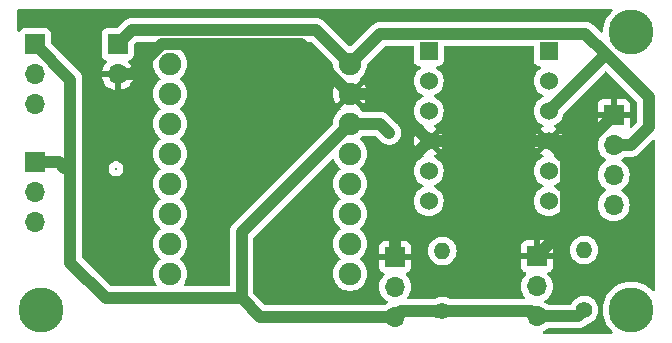
<source format=gbr>
%TF.GenerationSoftware,KiCad,Pcbnew,8.0.4*%
%TF.CreationDate,2024-09-06T18:43:00+02:00*%
%TF.ProjectId,Kokpit Final,4b6f6b70-6974-4204-9669-6e616c2e6b69,rev?*%
%TF.SameCoordinates,Original*%
%TF.FileFunction,Copper,L2,Bot*%
%TF.FilePolarity,Positive*%
%FSLAX46Y46*%
G04 Gerber Fmt 4.6, Leading zero omitted, Abs format (unit mm)*
G04 Created by KiCad (PCBNEW 8.0.4) date 2024-09-06 18:43:00*
%MOMM*%
%LPD*%
G01*
G04 APERTURE LIST*
%TA.AperFunction,ComponentPad*%
%ADD10C,3.800000*%
%TD*%
%TA.AperFunction,ComponentPad*%
%ADD11R,1.700000X1.700000*%
%TD*%
%TA.AperFunction,ComponentPad*%
%ADD12O,1.700000X1.700000*%
%TD*%
%TA.AperFunction,ComponentPad*%
%ADD13C,1.400000*%
%TD*%
%TA.AperFunction,ComponentPad*%
%ADD14O,1.400000X1.400000*%
%TD*%
%TA.AperFunction,ComponentPad*%
%ADD15C,1.905000*%
%TD*%
%TA.AperFunction,ComponentPad*%
%ADD16C,1.524000*%
%TD*%
%TA.AperFunction,ComponentPad*%
%ADD17R,1.524000X1.524000*%
%TD*%
%TA.AperFunction,ViaPad*%
%ADD18C,1.000000*%
%TD*%
%TA.AperFunction,Conductor*%
%ADD19C,1.000000*%
%TD*%
%TA.AperFunction,Conductor*%
%ADD20C,0.200000*%
%TD*%
G04 APERTURE END LIST*
D10*
%TO.P,\u015Bruba,1*%
%TO.N,N/C*%
X41500000Y-48500000D03*
%TD*%
%TO.P,\u015Bruba,1*%
%TO.N,N/C*%
X91500000Y-25000000D03*
%TD*%
%TO.P,\u015Bruba,1*%
%TO.N,N/C*%
X91500000Y-48500000D03*
%TD*%
D11*
%TO.P,Kuf. lewy,1,Pin_1*%
%TO.N,Net-(J2-Pin_1)*%
X41000000Y-26000000D03*
D12*
%TO.P,Kuf. lewy,2,Pin_2*%
%TO.N,Net-(J2-Pin_2)*%
X41000000Y-28540000D03*
%TO.P,Kuf. lewy,3,Pin_3*%
%TO.N,Net-(J2-Pin_3)*%
X41000000Y-31080000D03*
%TD*%
D11*
%TO.P,Zasilanie,1,Pin_1*%
%TO.N,+5V*%
X48000000Y-26000000D03*
D12*
%TO.P,Zasilanie,2,Pin_2*%
%TO.N,GND*%
X48000000Y-28540000D03*
%TD*%
D11*
%TO.P,Kuf. prawy,1,Pin_1*%
%TO.N,Net-(J2-Pin_1)*%
X41000000Y-36000000D03*
D12*
%TO.P,Kuf. prawy,2,Pin_2*%
%TO.N,Net-(J3-Pin_2)*%
X41000000Y-38540000D03*
%TO.P,Kuf. prawy,3,Pin_3*%
%TO.N,Net-(J3-Pin_3)*%
X41000000Y-41080000D03*
%TD*%
D11*
%TO.P,Temp. wew.,1,GND*%
%TO.N,GND*%
X83500000Y-43960000D03*
D12*
%TO.P,Temp. wew.,2,DQ*%
%TO.N,Net-(U1-GPIO1)*%
X83500000Y-46500000D03*
%TO.P,Temp. wew.,3,V_{DD}*%
%TO.N,Net-(J2-Pin_1)*%
X83500000Y-49040000D03*
%TD*%
D11*
%TO.P,Temp. zew.,1,GND*%
%TO.N,GND*%
X71500000Y-44000000D03*
D12*
%TO.P,Temp. zew.,2,DQ*%
%TO.N,Net-(U1-GPIO0)*%
X71500000Y-46540000D03*
%TO.P,Temp. zew.,3,V_{DD}*%
%TO.N,Net-(J2-Pin_1)*%
X71500000Y-49080000D03*
%TD*%
D13*
%TO.P,4\u002C7 kOhm,1*%
%TO.N,Net-(J2-Pin_1)*%
X87500000Y-48500000D03*
D14*
%TO.P,4\u002C7 kOhm,2*%
%TO.N,Net-(U1-GPIO1)*%
X87500000Y-43420000D03*
%TD*%
D13*
%TO.P,4\u002C7 kOhm,1*%
%TO.N,Net-(J2-Pin_1)*%
X75500000Y-48580000D03*
D14*
%TO.P,4\u002C7 kOhm,2*%
%TO.N,Net-(U1-GPIO0)*%
X75500000Y-43500000D03*
%TD*%
D11*
%TO.P,LCD,1,Pin_1*%
%TO.N,GND*%
X90000000Y-32000000D03*
D12*
%TO.P,LCD,2,Pin_2*%
%TO.N,+5V*%
X90000000Y-34540000D03*
%TO.P,LCD,3,Pin_3*%
%TO.N,Net-(J1-Pin_3)*%
X90000000Y-37080000D03*
%TO.P,LCD,4,Pin_4*%
%TO.N,Net-(J1-Pin_4)*%
X90000000Y-39620000D03*
%TD*%
D15*
%TO.P,ESP32-C3 Super Mini,5,GPIO5*%
%TO.N,unconnected-(U1-GPIO5-Pad5)*%
X52450000Y-27650000D03*
%TO.P,ESP32-C3 Super Mini,6,GPIO6*%
%TO.N,Net-(J2-Pin_2)*%
X52450000Y-30190000D03*
%TO.P,ESP32-C3 Super Mini,7,GPIO7*%
%TO.N,Net-(J2-Pin_3)*%
X52450000Y-32730000D03*
%TO.P,ESP32-C3 Super Mini,8,GPIO8*%
%TO.N,unconnected-(U1-GPIO8-Pad8)*%
X52450000Y-35270000D03*
%TO.P,ESP32-C3 Super Mini,9,GPIO9*%
%TO.N,unconnected-(U1-GPIO9-Pad9)*%
X52450000Y-37810000D03*
%TO.P,ESP32-C3 Super Mini,10,GPIO10*%
%TO.N,unconnected-(U1-GPIO10-Pad10)*%
X52450000Y-40350000D03*
%TO.P,ESP32-C3 Super Mini,20,GPIO20*%
%TO.N,Net-(J3-Pin_2)*%
X52450000Y-42890000D03*
%TO.P,ESP32-C3 Super Mini,21,GPIO21*%
%TO.N,Net-(J3-Pin_3)*%
X52450000Y-45430000D03*
%TO.P,ESP32-C3 Super Mini,0,GPIO0*%
%TO.N,Net-(U1-GPIO0)*%
X67690000Y-45430000D03*
%TO.P,ESP32-C3 Super Mini,1,GPIO1*%
%TO.N,Net-(U1-GPIO1)*%
X67690000Y-42890000D03*
%TO.P,ESP32-C3 Super Mini,2,GPIO2*%
%TO.N,unconnected-(U1-GPIO2-Pad2)*%
X67690000Y-40350000D03*
%TO.P,ESP32-C3 Super Mini,3,GPIO3*%
%TO.N,Net-(U1-GPIO3)*%
X67690000Y-37810000D03*
%TO.P,ESP32-C3 Super Mini,4,GPIO4*%
%TO.N,Net-(U1-GPIO4)*%
X67690000Y-35270000D03*
%TO.P,ESP32-C3 Super Mini,3.3,3V3*%
%TO.N,Net-(J2-Pin_1)*%
X67690000Y-32730000D03*
%TO.P,ESP32-C3 Super Mini,G,GND*%
%TO.N,GND*%
X67690000Y-30190000D03*
%TO.P,ESP32-C3 Super Mini,5V,5V*%
%TO.N,+5V*%
X67690000Y-27650000D03*
%TD*%
D16*
%TO.P,4 kan. konwerter,GND_1,GND*%
%TO.N,GND*%
X84500000Y-34195000D03*
%TO.P,4 kan. konwerter,GND_2,GND*%
X74340000Y-34195000D03*
%TO.P,4 kan. konwerter,HV,HV*%
%TO.N,+5V*%
X84500000Y-31655000D03*
D17*
%TO.P,4 kan. konwerter,HV1,HV1*%
%TO.N,unconnected-(U2-PadHV1)*%
X84500000Y-26575000D03*
D16*
%TO.P,4 kan. konwerter,HV2,HV2*%
%TO.N,unconnected-(U2-PadHV2)*%
X84500000Y-29115000D03*
%TO.P,4 kan. konwerter,HV3,HV3*%
%TO.N,Net-(J1-Pin_3)*%
X84500000Y-36735000D03*
%TO.P,4 kan. konwerter,HV4,HV4*%
%TO.N,Net-(J1-Pin_4)*%
X84500000Y-39275000D03*
%TO.P,4 kan. konwerter,LV,LV*%
%TO.N,Net-(J2-Pin_1)*%
X74340000Y-31655000D03*
D17*
%TO.P,4 kan. konwerter,LV1,LV1*%
%TO.N,unconnected-(U2-PadLV1)*%
X74340000Y-26575000D03*
D16*
%TO.P,4 kan. konwerter,LV2,LV2*%
%TO.N,unconnected-(U2-PadLV2)*%
X74340000Y-29115000D03*
%TO.P,4 kan. konwerter,LV3,LV3*%
%TO.N,Net-(U1-GPIO4)*%
X74340000Y-36735000D03*
%TO.P,4 kan. konwerter,LV4,LV4*%
%TO.N,Net-(U1-GPIO3)*%
X74340000Y-39275000D03*
%TD*%
D18*
%TO.N,Net-(J2-Pin_1)*%
X71000000Y-33500000D03*
%TD*%
D19*
%TO.N,Net-(J2-Pin_1)*%
X70230000Y-32730000D02*
X71000000Y-33500000D01*
X67690000Y-32730000D02*
X70230000Y-32730000D01*
X86960000Y-49040000D02*
X87500000Y-48500000D01*
X83500000Y-49040000D02*
X86960000Y-49040000D01*
X83040000Y-48580000D02*
X83500000Y-49040000D01*
X75500000Y-48580000D02*
X83040000Y-48580000D01*
X60080000Y-49080000D02*
X58500000Y-47500000D01*
X71500000Y-49080000D02*
X60080000Y-49080000D01*
X75500000Y-48580000D02*
X72000000Y-48580000D01*
X72000000Y-48580000D02*
X71500000Y-49080000D01*
X44000000Y-36500000D02*
X44000000Y-29000000D01*
X44000000Y-29000000D02*
X41000000Y-26000000D01*
X44000000Y-44500000D02*
X44000000Y-36500000D01*
X47000000Y-47500000D02*
X44000000Y-44500000D01*
X44000000Y-36500000D02*
X43500000Y-36500000D01*
X58500000Y-47500000D02*
X47000000Y-47500000D01*
X58500000Y-41920000D02*
X58500000Y-47500000D01*
X67690000Y-32730000D02*
X58500000Y-41920000D01*
X43500000Y-36500000D02*
X43000000Y-36000000D01*
X43000000Y-36000000D02*
X41000000Y-36000000D01*
%TO.N,+5V*%
X89250000Y-26905000D02*
X89250000Y-26750000D01*
X84500000Y-31655000D02*
X89250000Y-26905000D01*
X87613000Y-25113000D02*
X89250000Y-26750000D01*
X89250000Y-26750000D02*
X93000000Y-30500000D01*
X93000000Y-33000000D02*
X91460000Y-34540000D01*
X93000000Y-30500000D02*
X93000000Y-33000000D01*
X67690000Y-27650000D02*
X70227000Y-25113000D01*
X70227000Y-25113000D02*
X87613000Y-25113000D01*
X91460000Y-34540000D02*
X90000000Y-34540000D01*
X49202500Y-24797500D02*
X64837500Y-24797500D01*
X64837500Y-24797500D02*
X67690000Y-27650000D01*
X48000000Y-26000000D02*
X49202500Y-24797500D01*
%TO.N,GND*%
X87805000Y-34195000D02*
X90000000Y-32000000D01*
X84500000Y-34195000D02*
X87805000Y-34195000D01*
X85962000Y-41498000D02*
X83500000Y-43960000D01*
X85962000Y-35657000D02*
X85962000Y-41498000D01*
X84500000Y-34195000D02*
X85962000Y-35657000D01*
X71500000Y-37035000D02*
X71500000Y-44000000D01*
X74340000Y-34195000D02*
X71500000Y-37035000D01*
X74340000Y-34195000D02*
X84500000Y-34195000D01*
X67690000Y-30190000D02*
X70335000Y-30190000D01*
X70335000Y-30190000D02*
X74340000Y-34195000D01*
X63497500Y-25997500D02*
X67690000Y-30190000D01*
X51765512Y-25997500D02*
X63497500Y-25997500D01*
X49223012Y-28540000D02*
X51765512Y-25997500D01*
X48000000Y-28540000D02*
X49223012Y-28540000D01*
D20*
X83500000Y-43960000D02*
X83438000Y-43898000D01*
X48000000Y-28540000D02*
X48362500Y-28902500D01*
%TO.N,Net-(J2-Pin_1)*%
X47862500Y-36557500D02*
X47862500Y-36500000D01*
X84040000Y-48500000D02*
X83500000Y-49040000D01*
X75000000Y-49080000D02*
X75500000Y-48580000D01*
%TD*%
%TA.AperFunction,Conductor*%
%TO.N,GND*%
G36*
X73020539Y-26133185D02*
G01*
X73066294Y-26185989D01*
X73077500Y-26237500D01*
X73077500Y-27384870D01*
X73077501Y-27384873D01*
X73083908Y-27444483D01*
X73134202Y-27579328D01*
X73134206Y-27579335D01*
X73220452Y-27694544D01*
X73220455Y-27694547D01*
X73335664Y-27780793D01*
X73335671Y-27780797D01*
X73470517Y-27831091D01*
X73470516Y-27831091D01*
X73477444Y-27831835D01*
X73530127Y-27837500D01*
X73570079Y-27837499D01*
X73637116Y-27857182D01*
X73682872Y-27909985D01*
X73692817Y-27979143D01*
X73663794Y-28042700D01*
X73641203Y-28063074D01*
X73525375Y-28144177D01*
X73369175Y-28300377D01*
X73242466Y-28481338D01*
X73242465Y-28481340D01*
X73149107Y-28681548D01*
X73149104Y-28681554D01*
X73091930Y-28894929D01*
X73091929Y-28894937D01*
X73072677Y-29114997D01*
X73072677Y-29115002D01*
X73091929Y-29335062D01*
X73091930Y-29335070D01*
X73149104Y-29548445D01*
X73149105Y-29548447D01*
X73149106Y-29548450D01*
X73231500Y-29725145D01*
X73242466Y-29748662D01*
X73242468Y-29748666D01*
X73369170Y-29929615D01*
X73369175Y-29929621D01*
X73525378Y-30085824D01*
X73525384Y-30085829D01*
X73706333Y-30212531D01*
X73706335Y-30212532D01*
X73706338Y-30212534D01*
X73792136Y-30252542D01*
X73835189Y-30272618D01*
X73887628Y-30318790D01*
X73906780Y-30385984D01*
X73886564Y-30452865D01*
X73835189Y-30497382D01*
X73706340Y-30557465D01*
X73706338Y-30557466D01*
X73525377Y-30684175D01*
X73369175Y-30840377D01*
X73242466Y-31021338D01*
X73242465Y-31021340D01*
X73149107Y-31221548D01*
X73149104Y-31221554D01*
X73091930Y-31434929D01*
X73091929Y-31434937D01*
X73072677Y-31654997D01*
X73072677Y-31655002D01*
X73091929Y-31875062D01*
X73091930Y-31875070D01*
X73149104Y-32088445D01*
X73149105Y-32088447D01*
X73149106Y-32088450D01*
X73163118Y-32118498D01*
X73242466Y-32288662D01*
X73242468Y-32288666D01*
X73369170Y-32469615D01*
X73369175Y-32469621D01*
X73525378Y-32625824D01*
X73525384Y-32625829D01*
X73706333Y-32752531D01*
X73706335Y-32752532D01*
X73706338Y-32752534D01*
X73784791Y-32789117D01*
X73835781Y-32812894D01*
X73888220Y-32859066D01*
X73907372Y-32926260D01*
X73887156Y-32993141D01*
X73835781Y-33037658D01*
X73706590Y-33097901D01*
X73641811Y-33143258D01*
X74204057Y-33705504D01*
X74143919Y-33721619D01*
X74028080Y-33788498D01*
X73933498Y-33883080D01*
X73866619Y-33998919D01*
X73850504Y-34059057D01*
X73288258Y-33496811D01*
X73242901Y-33561590D01*
X73149579Y-33761720D01*
X73149575Y-33761729D01*
X73092426Y-33975013D01*
X73092424Y-33975023D01*
X73073179Y-34194999D01*
X73073179Y-34195000D01*
X73092424Y-34414976D01*
X73092426Y-34414986D01*
X73149575Y-34628270D01*
X73149580Y-34628284D01*
X73242898Y-34828405D01*
X73242901Y-34828411D01*
X73288258Y-34893187D01*
X73288259Y-34893188D01*
X73850504Y-34330942D01*
X73866619Y-34391081D01*
X73933498Y-34506920D01*
X74028080Y-34601502D01*
X74143919Y-34668381D01*
X74204057Y-34684494D01*
X73641810Y-35246740D01*
X73706589Y-35292098D01*
X73835781Y-35352342D01*
X73888220Y-35398514D01*
X73907372Y-35465708D01*
X73887156Y-35532589D01*
X73835781Y-35577106D01*
X73706340Y-35637465D01*
X73706338Y-35637466D01*
X73525377Y-35764175D01*
X73369175Y-35920377D01*
X73242466Y-36101338D01*
X73242465Y-36101340D01*
X73149107Y-36301548D01*
X73149104Y-36301554D01*
X73091930Y-36514929D01*
X73091929Y-36514937D01*
X73072677Y-36734997D01*
X73072677Y-36735002D01*
X73091929Y-36955062D01*
X73091930Y-36955070D01*
X73149104Y-37168445D01*
X73149105Y-37168447D01*
X73149106Y-37168450D01*
X73233997Y-37350500D01*
X73242466Y-37368662D01*
X73242468Y-37368666D01*
X73369170Y-37549615D01*
X73369175Y-37549621D01*
X73525378Y-37705824D01*
X73525384Y-37705829D01*
X73706333Y-37832531D01*
X73706335Y-37832532D01*
X73706338Y-37832534D01*
X73825748Y-37888215D01*
X73835189Y-37892618D01*
X73887628Y-37938790D01*
X73906780Y-38005984D01*
X73886564Y-38072865D01*
X73835189Y-38117382D01*
X73706340Y-38177465D01*
X73706338Y-38177466D01*
X73525377Y-38304175D01*
X73369175Y-38460377D01*
X73242466Y-38641338D01*
X73242465Y-38641340D01*
X73149107Y-38841548D01*
X73149104Y-38841554D01*
X73091930Y-39054929D01*
X73091929Y-39054937D01*
X73072677Y-39274997D01*
X73072677Y-39275002D01*
X73091929Y-39495062D01*
X73091930Y-39495070D01*
X73149104Y-39708445D01*
X73149105Y-39708447D01*
X73149106Y-39708450D01*
X73206951Y-39832500D01*
X73242466Y-39908662D01*
X73242468Y-39908666D01*
X73369170Y-40089615D01*
X73369175Y-40089621D01*
X73525378Y-40245824D01*
X73525384Y-40245829D01*
X73706333Y-40372531D01*
X73706335Y-40372532D01*
X73706338Y-40372534D01*
X73906550Y-40465894D01*
X74119932Y-40523070D01*
X74277123Y-40536822D01*
X74339998Y-40542323D01*
X74340000Y-40542323D01*
X74340002Y-40542323D01*
X74395017Y-40537509D01*
X74560068Y-40523070D01*
X74773450Y-40465894D01*
X74973662Y-40372534D01*
X75154620Y-40245826D01*
X75310826Y-40089620D01*
X75437534Y-39908662D01*
X75530894Y-39708450D01*
X75588070Y-39495068D01*
X75607119Y-39277329D01*
X75607323Y-39275002D01*
X75607323Y-39274997D01*
X75596942Y-39156344D01*
X75588070Y-39054932D01*
X75530894Y-38841550D01*
X75437534Y-38641339D01*
X75341314Y-38503922D01*
X75310827Y-38460381D01*
X75247444Y-38396998D01*
X75154620Y-38304174D01*
X75154616Y-38304171D01*
X75154615Y-38304170D01*
X74973666Y-38177468D01*
X74973658Y-38177464D01*
X74844811Y-38117382D01*
X74792371Y-38071210D01*
X74773219Y-38004017D01*
X74793435Y-37937135D01*
X74844811Y-37892618D01*
X74850802Y-37889824D01*
X74973662Y-37832534D01*
X75154620Y-37705826D01*
X75310826Y-37549620D01*
X75437534Y-37368662D01*
X75530894Y-37168450D01*
X75588070Y-36955068D01*
X75607119Y-36737329D01*
X75607323Y-36735002D01*
X75607323Y-36734997D01*
X75596942Y-36616344D01*
X75588070Y-36514932D01*
X75530894Y-36301550D01*
X75437534Y-36101339D01*
X75341313Y-35963920D01*
X75310827Y-35920381D01*
X75247444Y-35856998D01*
X75154620Y-35764174D01*
X75154616Y-35764171D01*
X75154615Y-35764170D01*
X74973666Y-35637468D01*
X74973662Y-35637466D01*
X74844218Y-35577105D01*
X74791779Y-35530932D01*
X74772627Y-35463739D01*
X74792843Y-35396858D01*
X74844219Y-35352340D01*
X74973416Y-35292095D01*
X74973417Y-35292094D01*
X75038188Y-35246741D01*
X74475942Y-34684494D01*
X74536081Y-34668381D01*
X74651920Y-34601502D01*
X74746502Y-34506920D01*
X74813381Y-34391081D01*
X74829495Y-34330942D01*
X75391741Y-34893188D01*
X75437094Y-34828417D01*
X75437100Y-34828407D01*
X75530419Y-34628284D01*
X75530424Y-34628270D01*
X75587573Y-34414986D01*
X75587575Y-34414976D01*
X75606821Y-34195000D01*
X75606821Y-34194999D01*
X75587575Y-33975023D01*
X75587573Y-33975013D01*
X75530424Y-33761729D01*
X75530420Y-33761720D01*
X75437096Y-33561586D01*
X75391741Y-33496811D01*
X75391740Y-33496810D01*
X74829494Y-34059056D01*
X74813381Y-33998919D01*
X74746502Y-33883080D01*
X74651920Y-33788498D01*
X74536081Y-33721619D01*
X74475942Y-33705505D01*
X75038188Y-33143259D01*
X75038187Y-33143258D01*
X74973411Y-33097901D01*
X74973405Y-33097898D01*
X74844219Y-33037658D01*
X74791779Y-32991486D01*
X74772627Y-32924293D01*
X74792843Y-32857411D01*
X74844219Y-32812894D01*
X74852377Y-32809090D01*
X74973662Y-32752534D01*
X75154620Y-32625826D01*
X75310826Y-32469620D01*
X75437534Y-32288662D01*
X75530894Y-32088450D01*
X75588070Y-31875068D01*
X75607119Y-31657329D01*
X75607323Y-31655002D01*
X75607323Y-31654997D01*
X75597583Y-31543664D01*
X75588070Y-31434932D01*
X75530894Y-31221550D01*
X75437534Y-31021339D01*
X75341314Y-30883922D01*
X75310827Y-30840381D01*
X75263255Y-30792809D01*
X75154620Y-30684174D01*
X75154616Y-30684171D01*
X75154615Y-30684170D01*
X74973666Y-30557468D01*
X74973658Y-30557464D01*
X74844811Y-30497382D01*
X74792371Y-30451210D01*
X74773219Y-30384017D01*
X74793435Y-30317135D01*
X74844811Y-30272618D01*
X74887864Y-30252542D01*
X74973662Y-30212534D01*
X75154620Y-30085826D01*
X75310826Y-29929620D01*
X75437534Y-29748662D01*
X75530894Y-29548450D01*
X75588070Y-29335068D01*
X75607119Y-29117329D01*
X75607323Y-29115002D01*
X75607323Y-29114997D01*
X75597583Y-29003664D01*
X75588070Y-28894932D01*
X75530894Y-28681550D01*
X75437534Y-28481339D01*
X75354123Y-28362215D01*
X75310827Y-28300381D01*
X75243439Y-28232993D01*
X75154620Y-28144174D01*
X75154616Y-28144171D01*
X75154615Y-28144170D01*
X75038797Y-28063074D01*
X74995172Y-28008497D01*
X74987978Y-27938999D01*
X75019501Y-27876644D01*
X75079730Y-27841230D01*
X75109919Y-27837499D01*
X75149872Y-27837499D01*
X75209483Y-27831091D01*
X75344331Y-27780796D01*
X75459546Y-27694546D01*
X75545796Y-27579331D01*
X75596091Y-27444483D01*
X75602500Y-27384873D01*
X75602499Y-26237499D01*
X75622184Y-26170461D01*
X75674987Y-26124706D01*
X75726499Y-26113500D01*
X83113500Y-26113500D01*
X83180539Y-26133185D01*
X83226294Y-26185989D01*
X83237500Y-26237500D01*
X83237500Y-27384870D01*
X83237501Y-27384873D01*
X83243908Y-27444483D01*
X83294202Y-27579328D01*
X83294206Y-27579335D01*
X83380452Y-27694544D01*
X83380455Y-27694547D01*
X83495664Y-27780793D01*
X83495671Y-27780797D01*
X83630517Y-27831091D01*
X83630516Y-27831091D01*
X83637444Y-27831835D01*
X83690127Y-27837500D01*
X83730079Y-27837499D01*
X83797116Y-27857182D01*
X83842872Y-27909985D01*
X83852817Y-27979143D01*
X83823794Y-28042700D01*
X83801203Y-28063074D01*
X83685375Y-28144177D01*
X83529175Y-28300377D01*
X83402466Y-28481338D01*
X83402465Y-28481340D01*
X83309107Y-28681548D01*
X83309104Y-28681554D01*
X83251930Y-28894929D01*
X83251929Y-28894937D01*
X83232677Y-29114997D01*
X83232677Y-29115002D01*
X83251929Y-29335062D01*
X83251930Y-29335070D01*
X83309104Y-29548445D01*
X83309105Y-29548447D01*
X83309106Y-29548450D01*
X83391500Y-29725145D01*
X83402466Y-29748662D01*
X83402468Y-29748666D01*
X83529170Y-29929615D01*
X83529175Y-29929621D01*
X83685378Y-30085824D01*
X83685384Y-30085829D01*
X83866333Y-30212531D01*
X83866335Y-30212532D01*
X83866338Y-30212534D01*
X83952136Y-30252542D01*
X83995189Y-30272618D01*
X84047628Y-30318790D01*
X84066780Y-30385984D01*
X84046564Y-30452865D01*
X83995189Y-30497382D01*
X83866340Y-30557465D01*
X83866338Y-30557466D01*
X83685377Y-30684175D01*
X83529175Y-30840377D01*
X83402466Y-31021338D01*
X83402465Y-31021340D01*
X83309107Y-31221548D01*
X83309104Y-31221554D01*
X83251930Y-31434929D01*
X83251929Y-31434937D01*
X83232677Y-31654997D01*
X83232677Y-31655002D01*
X83251929Y-31875062D01*
X83251930Y-31875070D01*
X83309104Y-32088445D01*
X83309105Y-32088447D01*
X83309106Y-32088450D01*
X83323118Y-32118498D01*
X83402466Y-32288662D01*
X83402468Y-32288666D01*
X83529170Y-32469615D01*
X83529175Y-32469621D01*
X83685378Y-32625824D01*
X83685384Y-32625829D01*
X83866333Y-32752531D01*
X83866335Y-32752532D01*
X83866338Y-32752534D01*
X83944791Y-32789117D01*
X83995781Y-32812894D01*
X84048220Y-32859066D01*
X84067372Y-32926260D01*
X84047156Y-32993141D01*
X83995781Y-33037658D01*
X83866590Y-33097901D01*
X83801811Y-33143258D01*
X84364057Y-33705504D01*
X84303919Y-33721619D01*
X84188080Y-33788498D01*
X84093498Y-33883080D01*
X84026619Y-33998919D01*
X84010504Y-34059057D01*
X83448258Y-33496811D01*
X83402901Y-33561590D01*
X83309579Y-33761720D01*
X83309575Y-33761729D01*
X83252426Y-33975013D01*
X83252424Y-33975023D01*
X83233179Y-34194999D01*
X83233179Y-34195000D01*
X83252424Y-34414976D01*
X83252426Y-34414986D01*
X83309575Y-34628270D01*
X83309580Y-34628284D01*
X83402898Y-34828405D01*
X83402901Y-34828411D01*
X83448258Y-34893187D01*
X83448259Y-34893188D01*
X84010504Y-34330942D01*
X84026619Y-34391081D01*
X84093498Y-34506920D01*
X84188080Y-34601502D01*
X84303919Y-34668381D01*
X84364057Y-34684494D01*
X83801810Y-35246740D01*
X83866589Y-35292098D01*
X83995781Y-35352342D01*
X84048220Y-35398514D01*
X84067372Y-35465708D01*
X84047156Y-35532589D01*
X83995781Y-35577106D01*
X83866340Y-35637465D01*
X83866338Y-35637466D01*
X83685377Y-35764175D01*
X83529175Y-35920377D01*
X83402466Y-36101338D01*
X83402465Y-36101340D01*
X83309107Y-36301548D01*
X83309104Y-36301554D01*
X83251930Y-36514929D01*
X83251929Y-36514937D01*
X83232677Y-36734997D01*
X83232677Y-36735002D01*
X83251929Y-36955062D01*
X83251930Y-36955070D01*
X83309104Y-37168445D01*
X83309105Y-37168447D01*
X83309106Y-37168450D01*
X83393997Y-37350500D01*
X83402466Y-37368662D01*
X83402468Y-37368666D01*
X83529170Y-37549615D01*
X83529175Y-37549621D01*
X83685378Y-37705824D01*
X83685384Y-37705829D01*
X83866333Y-37832531D01*
X83866335Y-37832532D01*
X83866338Y-37832534D01*
X83985748Y-37888215D01*
X83995189Y-37892618D01*
X84047628Y-37938790D01*
X84066780Y-38005984D01*
X84046564Y-38072865D01*
X83995189Y-38117382D01*
X83866340Y-38177465D01*
X83866338Y-38177466D01*
X83685377Y-38304175D01*
X83529175Y-38460377D01*
X83402466Y-38641338D01*
X83402465Y-38641340D01*
X83309107Y-38841548D01*
X83309104Y-38841554D01*
X83251930Y-39054929D01*
X83251929Y-39054937D01*
X83232677Y-39274997D01*
X83232677Y-39275002D01*
X83251929Y-39495062D01*
X83251930Y-39495070D01*
X83309104Y-39708445D01*
X83309105Y-39708447D01*
X83309106Y-39708450D01*
X83366951Y-39832500D01*
X83402466Y-39908662D01*
X83402468Y-39908666D01*
X83529170Y-40089615D01*
X83529175Y-40089621D01*
X83685378Y-40245824D01*
X83685384Y-40245829D01*
X83866333Y-40372531D01*
X83866335Y-40372532D01*
X83866338Y-40372534D01*
X84066550Y-40465894D01*
X84279932Y-40523070D01*
X84437123Y-40536822D01*
X84499998Y-40542323D01*
X84500000Y-40542323D01*
X84500002Y-40542323D01*
X84555017Y-40537509D01*
X84720068Y-40523070D01*
X84933450Y-40465894D01*
X85133662Y-40372534D01*
X85314620Y-40245826D01*
X85470826Y-40089620D01*
X85597534Y-39908662D01*
X85690894Y-39708450D01*
X85748070Y-39495068D01*
X85767119Y-39277329D01*
X85767323Y-39275002D01*
X85767323Y-39274997D01*
X85756942Y-39156344D01*
X85748070Y-39054932D01*
X85690894Y-38841550D01*
X85597534Y-38641339D01*
X85501314Y-38503922D01*
X85470827Y-38460381D01*
X85407444Y-38396998D01*
X85314620Y-38304174D01*
X85314616Y-38304171D01*
X85314615Y-38304170D01*
X85133666Y-38177468D01*
X85133658Y-38177464D01*
X85004811Y-38117382D01*
X84952371Y-38071210D01*
X84933219Y-38004017D01*
X84953435Y-37937135D01*
X85004811Y-37892618D01*
X85010802Y-37889824D01*
X85133662Y-37832534D01*
X85314620Y-37705826D01*
X85470826Y-37549620D01*
X85597534Y-37368662D01*
X85690894Y-37168450D01*
X85748070Y-36955068D01*
X85767119Y-36737329D01*
X85767323Y-36735002D01*
X85767323Y-36734997D01*
X85756942Y-36616344D01*
X85748070Y-36514932D01*
X85690894Y-36301550D01*
X85597534Y-36101339D01*
X85501313Y-35963920D01*
X85470827Y-35920381D01*
X85407444Y-35856998D01*
X85314620Y-35764174D01*
X85314616Y-35764171D01*
X85314615Y-35764170D01*
X85133666Y-35637468D01*
X85133662Y-35637466D01*
X85004218Y-35577105D01*
X84951779Y-35530932D01*
X84932627Y-35463739D01*
X84952843Y-35396858D01*
X85004219Y-35352340D01*
X85133416Y-35292095D01*
X85133417Y-35292094D01*
X85198188Y-35246741D01*
X84635942Y-34684494D01*
X84696081Y-34668381D01*
X84811920Y-34601502D01*
X84906502Y-34506920D01*
X84973381Y-34391081D01*
X84989495Y-34330942D01*
X85551741Y-34893188D01*
X85597094Y-34828417D01*
X85597100Y-34828407D01*
X85690419Y-34628284D01*
X85690424Y-34628270D01*
X85747573Y-34414986D01*
X85747575Y-34414976D01*
X85766821Y-34195000D01*
X85766821Y-34194999D01*
X85747575Y-33975023D01*
X85747573Y-33975013D01*
X85690424Y-33761729D01*
X85690420Y-33761720D01*
X85597096Y-33561586D01*
X85551741Y-33496811D01*
X85551740Y-33496810D01*
X84989494Y-34059056D01*
X84973381Y-33998919D01*
X84906502Y-33883080D01*
X84811920Y-33788498D01*
X84696081Y-33721619D01*
X84635942Y-33705505D01*
X85198188Y-33143259D01*
X85198187Y-33143258D01*
X85133411Y-33097901D01*
X85133405Y-33097898D01*
X85004219Y-33037658D01*
X84951779Y-32991486D01*
X84932627Y-32924293D01*
X84952843Y-32857411D01*
X85004219Y-32812894D01*
X85012377Y-32809090D01*
X85133662Y-32752534D01*
X85314620Y-32625826D01*
X85470826Y-32469620D01*
X85597534Y-32288662D01*
X85690894Y-32088450D01*
X85748070Y-31875068D01*
X85749238Y-31861707D01*
X85774687Y-31796642D01*
X85785077Y-31784841D01*
X89239822Y-28330097D01*
X89301141Y-28296615D01*
X89370833Y-28301599D01*
X89415180Y-28330100D01*
X91963181Y-30878101D01*
X91996666Y-30939424D01*
X91999500Y-30965782D01*
X91999500Y-32534218D01*
X91979815Y-32601257D01*
X91963181Y-32621899D01*
X91557917Y-33027162D01*
X91496594Y-33060647D01*
X91426902Y-33055663D01*
X91370969Y-33013791D01*
X91346552Y-32948327D01*
X91346947Y-32926223D01*
X91349999Y-32897839D01*
X91350000Y-32897827D01*
X91350000Y-32250000D01*
X90433012Y-32250000D01*
X90465925Y-32192993D01*
X90500000Y-32065826D01*
X90500000Y-31934174D01*
X90465925Y-31807007D01*
X90433012Y-31750000D01*
X91350000Y-31750000D01*
X91350000Y-31102172D01*
X91349999Y-31102155D01*
X91343598Y-31042627D01*
X91343596Y-31042620D01*
X91293354Y-30907913D01*
X91293350Y-30907906D01*
X91207190Y-30792812D01*
X91207187Y-30792809D01*
X91092093Y-30706649D01*
X91092086Y-30706645D01*
X90957379Y-30656403D01*
X90957372Y-30656401D01*
X90897844Y-30650000D01*
X90250000Y-30650000D01*
X90250000Y-31566988D01*
X90192993Y-31534075D01*
X90065826Y-31500000D01*
X89934174Y-31500000D01*
X89807007Y-31534075D01*
X89750000Y-31566988D01*
X89750000Y-30650000D01*
X89102155Y-30650000D01*
X89042627Y-30656401D01*
X89042620Y-30656403D01*
X88907913Y-30706645D01*
X88907906Y-30706649D01*
X88792812Y-30792809D01*
X88792809Y-30792812D01*
X88706649Y-30907906D01*
X88706645Y-30907913D01*
X88656403Y-31042620D01*
X88656401Y-31042627D01*
X88650000Y-31102155D01*
X88650000Y-31750000D01*
X89566988Y-31750000D01*
X89534075Y-31807007D01*
X89500000Y-31934174D01*
X89500000Y-32065826D01*
X89534075Y-32192993D01*
X89566988Y-32250000D01*
X88650000Y-32250000D01*
X88650000Y-32897844D01*
X88656401Y-32957372D01*
X88656403Y-32957379D01*
X88706645Y-33092086D01*
X88706649Y-33092093D01*
X88792809Y-33207187D01*
X88792812Y-33207190D01*
X88907906Y-33293350D01*
X88907913Y-33293354D01*
X89039470Y-33342421D01*
X89095403Y-33384292D01*
X89119821Y-33449756D01*
X89104970Y-33518029D01*
X89083819Y-33546284D01*
X88961503Y-33668600D01*
X88825965Y-33862169D01*
X88825964Y-33862171D01*
X88726098Y-34076335D01*
X88726094Y-34076344D01*
X88664938Y-34304586D01*
X88664936Y-34304596D01*
X88644341Y-34539999D01*
X88644341Y-34540000D01*
X88664936Y-34775403D01*
X88664938Y-34775413D01*
X88726094Y-35003655D01*
X88726096Y-35003659D01*
X88726097Y-35003663D01*
X88807288Y-35177778D01*
X88825965Y-35217830D01*
X88825967Y-35217834D01*
X88862498Y-35270005D01*
X88952481Y-35398514D01*
X88961501Y-35411395D01*
X88961506Y-35411402D01*
X89128597Y-35578493D01*
X89128603Y-35578498D01*
X89314158Y-35708425D01*
X89357783Y-35763002D01*
X89364977Y-35832500D01*
X89333454Y-35894855D01*
X89314158Y-35911575D01*
X89128597Y-36041505D01*
X88961505Y-36208597D01*
X88825965Y-36402169D01*
X88825964Y-36402171D01*
X88726098Y-36616335D01*
X88726094Y-36616344D01*
X88664938Y-36844586D01*
X88664936Y-36844596D01*
X88644341Y-37079999D01*
X88644341Y-37080000D01*
X88664936Y-37315403D01*
X88664938Y-37315413D01*
X88726094Y-37543655D01*
X88726096Y-37543659D01*
X88726097Y-37543663D01*
X88825965Y-37757830D01*
X88825967Y-37757834D01*
X88961501Y-37951395D01*
X88961506Y-37951402D01*
X89128597Y-38118493D01*
X89128603Y-38118498D01*
X89314158Y-38248425D01*
X89357783Y-38303002D01*
X89364977Y-38372500D01*
X89333454Y-38434855D01*
X89314158Y-38451575D01*
X89128597Y-38581505D01*
X88961505Y-38748597D01*
X88825965Y-38942169D01*
X88825964Y-38942171D01*
X88726098Y-39156335D01*
X88726094Y-39156344D01*
X88664938Y-39384586D01*
X88664936Y-39384596D01*
X88644341Y-39619999D01*
X88644341Y-39620000D01*
X88664936Y-39855403D01*
X88664938Y-39855413D01*
X88726094Y-40083655D01*
X88726096Y-40083659D01*
X88726097Y-40083663D01*
X88825965Y-40297830D01*
X88825967Y-40297834D01*
X88878273Y-40372534D01*
X88961505Y-40491401D01*
X89128599Y-40658495D01*
X89225384Y-40726265D01*
X89322165Y-40794032D01*
X89322167Y-40794033D01*
X89322170Y-40794035D01*
X89536337Y-40893903D01*
X89764592Y-40955063D01*
X89952918Y-40971539D01*
X89999999Y-40975659D01*
X90000000Y-40975659D01*
X90000001Y-40975659D01*
X90039234Y-40972226D01*
X90235408Y-40955063D01*
X90463663Y-40893903D01*
X90677830Y-40794035D01*
X90871401Y-40658495D01*
X91038495Y-40491401D01*
X91174035Y-40297830D01*
X91273903Y-40083663D01*
X91335063Y-39855408D01*
X91355659Y-39620000D01*
X91335063Y-39384592D01*
X91273903Y-39156337D01*
X91174035Y-38942171D01*
X91132377Y-38882676D01*
X91038494Y-38748597D01*
X90871402Y-38581506D01*
X90871396Y-38581501D01*
X90685842Y-38451575D01*
X90642217Y-38396998D01*
X90635023Y-38327500D01*
X90666546Y-38265145D01*
X90685842Y-38248425D01*
X90787179Y-38177468D01*
X90871401Y-38118495D01*
X91038495Y-37951401D01*
X91174035Y-37757830D01*
X91273903Y-37543663D01*
X91335063Y-37315408D01*
X91355659Y-37080000D01*
X91355423Y-37077308D01*
X91344729Y-36955070D01*
X91335063Y-36844592D01*
X91273903Y-36616337D01*
X91174035Y-36402171D01*
X91173537Y-36401459D01*
X91038494Y-36208597D01*
X90871402Y-36041506D01*
X90871396Y-36041501D01*
X90685842Y-35911575D01*
X90642217Y-35856998D01*
X90635023Y-35787500D01*
X90666546Y-35725145D01*
X90685842Y-35708425D01*
X90708026Y-35692891D01*
X90871401Y-35578495D01*
X90873077Y-35576819D01*
X90873995Y-35576317D01*
X90875544Y-35575018D01*
X90875805Y-35575329D01*
X90934400Y-35543334D01*
X90960758Y-35540500D01*
X91558543Y-35540500D01*
X91660843Y-35520150D01*
X91711994Y-35509976D01*
X91751836Y-35502051D01*
X91805165Y-35479961D01*
X91933914Y-35426632D01*
X92097782Y-35317139D01*
X92237139Y-35177782D01*
X92237140Y-35177779D01*
X92244206Y-35170714D01*
X92244208Y-35170710D01*
X93287820Y-34127098D01*
X93349142Y-34093615D01*
X93418834Y-34098599D01*
X93474767Y-34140471D01*
X93499184Y-34205935D01*
X93499500Y-34214781D01*
X93499500Y-46806617D01*
X93479815Y-46873656D01*
X93427011Y-46919411D01*
X93357853Y-46929355D01*
X93294297Y-46900330D01*
X93279957Y-46885659D01*
X93253348Y-46853495D01*
X93127593Y-46735403D01*
X93033162Y-46646726D01*
X93033159Y-46646724D01*
X93033153Y-46646719D01*
X92788806Y-46469191D01*
X92788799Y-46469186D01*
X92788795Y-46469184D01*
X92524104Y-46323668D01*
X92524101Y-46323666D01*
X92524096Y-46323664D01*
X92524095Y-46323663D01*
X92243265Y-46212475D01*
X92243262Y-46212474D01*
X91950695Y-46137357D01*
X91651036Y-46099500D01*
X91651027Y-46099500D01*
X91348973Y-46099500D01*
X91348963Y-46099500D01*
X91049304Y-46137357D01*
X90756737Y-46212474D01*
X90756734Y-46212475D01*
X90475904Y-46323663D01*
X90475903Y-46323664D01*
X90211205Y-46469184D01*
X90211193Y-46469191D01*
X89966846Y-46646719D01*
X89966836Y-46646727D01*
X89746652Y-46853494D01*
X89554111Y-47086236D01*
X89392268Y-47341261D01*
X89392265Y-47341267D01*
X89263661Y-47614563D01*
X89263659Y-47614568D01*
X89170320Y-47901835D01*
X89113719Y-48198546D01*
X89113718Y-48198553D01*
X89094754Y-48499994D01*
X89094754Y-48500005D01*
X89113718Y-48801446D01*
X89113719Y-48801453D01*
X89170320Y-49098164D01*
X89263659Y-49385431D01*
X89263661Y-49385436D01*
X89392265Y-49658732D01*
X89392268Y-49658738D01*
X89554111Y-49913763D01*
X89554114Y-49913767D01*
X89554115Y-49913768D01*
X89746651Y-50146504D01*
X89861158Y-50254034D01*
X89894249Y-50285108D01*
X89929644Y-50345349D01*
X89926851Y-50415163D01*
X89886757Y-50472384D01*
X89822092Y-50498845D01*
X89809365Y-50499500D01*
X84124976Y-50499500D01*
X84057937Y-50479815D01*
X84012182Y-50427011D01*
X84002238Y-50357853D01*
X84031263Y-50294297D01*
X84072571Y-50263118D01*
X84177830Y-50214035D01*
X84371401Y-50078495D01*
X84373077Y-50076819D01*
X84373995Y-50076317D01*
X84375544Y-50075018D01*
X84375805Y-50075329D01*
X84434400Y-50043334D01*
X84460758Y-50040500D01*
X87058542Y-50040500D01*
X87077870Y-50036655D01*
X87155188Y-50021275D01*
X87251836Y-50002051D01*
X87305165Y-49979961D01*
X87433914Y-49926632D01*
X87597782Y-49817139D01*
X87710992Y-49703928D01*
X87772313Y-49670444D01*
X87775826Y-49669733D01*
X87829940Y-49659618D01*
X88037401Y-49579247D01*
X88226562Y-49462124D01*
X88390981Y-49312236D01*
X88525058Y-49134689D01*
X88624229Y-48935528D01*
X88685115Y-48721536D01*
X88705643Y-48500000D01*
X88705642Y-48499994D01*
X88685115Y-48278464D01*
X88685114Y-48278462D01*
X88662375Y-48198543D01*
X88624229Y-48064472D01*
X88624224Y-48064461D01*
X88525061Y-47865316D01*
X88525056Y-47865308D01*
X88390979Y-47687761D01*
X88226562Y-47537876D01*
X88226560Y-47537874D01*
X88037404Y-47420754D01*
X88037398Y-47420752D01*
X88013263Y-47411402D01*
X87829940Y-47340382D01*
X87611243Y-47299500D01*
X87388757Y-47299500D01*
X87170060Y-47340382D01*
X87079297Y-47375544D01*
X86962601Y-47420752D01*
X86962595Y-47420754D01*
X86773439Y-47537874D01*
X86773437Y-47537876D01*
X86609020Y-47687761D01*
X86474941Y-47865312D01*
X86422429Y-47970771D01*
X86374927Y-48022009D01*
X86311429Y-48039500D01*
X84476616Y-48039500D01*
X84414616Y-48022887D01*
X84347052Y-47983879D01*
X84337929Y-47978067D01*
X84185842Y-47871575D01*
X84142217Y-47816998D01*
X84135023Y-47747500D01*
X84166546Y-47685145D01*
X84185842Y-47668425D01*
X84262755Y-47614570D01*
X84371401Y-47538495D01*
X84538495Y-47371401D01*
X84674035Y-47177830D01*
X84773903Y-46963663D01*
X84835063Y-46735408D01*
X84855659Y-46500000D01*
X84835063Y-46264592D01*
X84773903Y-46036337D01*
X84674035Y-45822171D01*
X84567467Y-45669976D01*
X84538496Y-45628600D01*
X84538495Y-45628599D01*
X84416179Y-45506283D01*
X84382696Y-45444963D01*
X84387680Y-45375271D01*
X84429551Y-45319337D01*
X84460529Y-45302422D01*
X84592086Y-45253354D01*
X84592093Y-45253350D01*
X84707187Y-45167190D01*
X84707190Y-45167187D01*
X84793350Y-45052093D01*
X84793354Y-45052086D01*
X84843596Y-44917379D01*
X84843598Y-44917372D01*
X84849999Y-44857844D01*
X84850000Y-44857827D01*
X84850000Y-44210000D01*
X83933012Y-44210000D01*
X83965925Y-44152993D01*
X84000000Y-44025826D01*
X84000000Y-43894174D01*
X83965925Y-43767007D01*
X83933012Y-43710000D01*
X84850000Y-43710000D01*
X84850000Y-43419999D01*
X86294357Y-43419999D01*
X86294357Y-43420000D01*
X86314884Y-43641535D01*
X86314885Y-43641537D01*
X86375769Y-43855523D01*
X86375775Y-43855538D01*
X86474938Y-44054683D01*
X86474943Y-44054691D01*
X86609020Y-44232238D01*
X86773437Y-44382123D01*
X86773439Y-44382125D01*
X86962595Y-44499245D01*
X86962596Y-44499245D01*
X86962599Y-44499247D01*
X87170060Y-44579618D01*
X87388757Y-44620500D01*
X87388759Y-44620500D01*
X87611241Y-44620500D01*
X87611243Y-44620500D01*
X87829940Y-44579618D01*
X88037401Y-44499247D01*
X88226562Y-44382124D01*
X88371495Y-44250000D01*
X88390979Y-44232238D01*
X88407773Y-44210000D01*
X88525058Y-44054689D01*
X88624229Y-43855528D01*
X88685115Y-43641536D01*
X88705643Y-43420000D01*
X88685115Y-43198464D01*
X88624229Y-42984472D01*
X88586107Y-42907913D01*
X88525061Y-42785316D01*
X88525056Y-42785308D01*
X88390979Y-42607761D01*
X88226562Y-42457876D01*
X88226560Y-42457874D01*
X88037404Y-42340754D01*
X88037398Y-42340752D01*
X88036443Y-42340382D01*
X87829940Y-42260382D01*
X87611243Y-42219500D01*
X87388757Y-42219500D01*
X87170060Y-42260382D01*
X87069085Y-42299500D01*
X86962601Y-42340752D01*
X86962595Y-42340754D01*
X86773439Y-42457874D01*
X86773437Y-42457876D01*
X86609020Y-42607761D01*
X86474943Y-42785308D01*
X86474938Y-42785316D01*
X86375775Y-42984461D01*
X86375769Y-42984476D01*
X86314885Y-43198462D01*
X86314884Y-43198464D01*
X86294357Y-43419999D01*
X84850000Y-43419999D01*
X84850000Y-43062172D01*
X84849999Y-43062155D01*
X84843598Y-43002627D01*
X84843596Y-43002620D01*
X84793354Y-42867913D01*
X84793350Y-42867906D01*
X84707190Y-42752812D01*
X84707187Y-42752809D01*
X84592093Y-42666649D01*
X84592086Y-42666645D01*
X84457379Y-42616403D01*
X84457372Y-42616401D01*
X84397844Y-42610000D01*
X83750000Y-42610000D01*
X83750000Y-43526988D01*
X83692993Y-43494075D01*
X83565826Y-43460000D01*
X83434174Y-43460000D01*
X83307007Y-43494075D01*
X83250000Y-43526988D01*
X83250000Y-42610000D01*
X82602155Y-42610000D01*
X82542627Y-42616401D01*
X82542620Y-42616403D01*
X82407913Y-42666645D01*
X82407906Y-42666649D01*
X82292812Y-42752809D01*
X82292809Y-42752812D01*
X82206649Y-42867906D01*
X82206645Y-42867913D01*
X82156403Y-43002620D01*
X82156401Y-43002627D01*
X82150000Y-43062155D01*
X82150000Y-43710000D01*
X83066988Y-43710000D01*
X83034075Y-43767007D01*
X83000000Y-43894174D01*
X83000000Y-44025826D01*
X83034075Y-44152993D01*
X83066988Y-44210000D01*
X82150000Y-44210000D01*
X82150000Y-44857844D01*
X82156401Y-44917372D01*
X82156403Y-44917379D01*
X82206645Y-45052086D01*
X82206649Y-45052093D01*
X82292809Y-45167187D01*
X82292812Y-45167190D01*
X82407906Y-45253350D01*
X82407913Y-45253354D01*
X82539470Y-45302421D01*
X82595403Y-45344292D01*
X82619821Y-45409756D01*
X82604970Y-45478029D01*
X82583819Y-45506284D01*
X82461503Y-45628600D01*
X82325965Y-45822169D01*
X82325964Y-45822171D01*
X82226098Y-46036335D01*
X82226094Y-46036344D01*
X82164938Y-46264586D01*
X82164936Y-46264596D01*
X82144341Y-46499999D01*
X82144341Y-46500000D01*
X82164936Y-46735403D01*
X82164938Y-46735413D01*
X82226094Y-46963655D01*
X82226096Y-46963659D01*
X82226097Y-46963663D01*
X82322647Y-47170715D01*
X82325965Y-47177830D01*
X82325967Y-47177834D01*
X82353973Y-47217830D01*
X82461505Y-47371401D01*
X82461511Y-47371407D01*
X82464982Y-47375544D01*
X82463033Y-47377178D01*
X82491408Y-47429142D01*
X82486424Y-47498834D01*
X82444552Y-47554767D01*
X82379088Y-47579184D01*
X82370242Y-47579500D01*
X76199863Y-47579500D01*
X76134586Y-47560927D01*
X76037404Y-47500754D01*
X76037398Y-47500752D01*
X75829940Y-47420382D01*
X75611243Y-47379500D01*
X75388757Y-47379500D01*
X75170060Y-47420382D01*
X75038864Y-47471207D01*
X74962601Y-47500752D01*
X74962595Y-47500754D01*
X74865414Y-47560927D01*
X74800137Y-47579500D01*
X72658993Y-47579500D01*
X72591954Y-47559815D01*
X72546199Y-47507011D01*
X72536255Y-47437853D01*
X72557418Y-47384377D01*
X72674032Y-47217834D01*
X72674031Y-47217834D01*
X72674035Y-47217830D01*
X72773903Y-47003663D01*
X72835063Y-46775408D01*
X72855659Y-46540000D01*
X72835063Y-46304592D01*
X72786652Y-46123918D01*
X72773905Y-46076344D01*
X72773904Y-46076343D01*
X72773903Y-46076337D01*
X72674035Y-45862171D01*
X72646025Y-45822169D01*
X72538496Y-45668600D01*
X72498495Y-45628599D01*
X72416179Y-45546283D01*
X72382696Y-45484963D01*
X72387680Y-45415271D01*
X72429551Y-45359337D01*
X72460529Y-45342422D01*
X72592086Y-45293354D01*
X72592093Y-45293350D01*
X72707187Y-45207190D01*
X72707190Y-45207187D01*
X72793350Y-45092093D01*
X72793354Y-45092086D01*
X72843596Y-44957379D01*
X72843598Y-44957372D01*
X72849999Y-44897844D01*
X72850000Y-44897827D01*
X72850000Y-44250000D01*
X71933012Y-44250000D01*
X71965925Y-44192993D01*
X72000000Y-44065826D01*
X72000000Y-43934174D01*
X71965925Y-43807007D01*
X71933012Y-43750000D01*
X72850000Y-43750000D01*
X72850000Y-43499999D01*
X74294357Y-43499999D01*
X74294357Y-43500000D01*
X74314884Y-43721535D01*
X74314885Y-43721537D01*
X74375769Y-43935523D01*
X74375775Y-43935538D01*
X74474938Y-44134683D01*
X74474943Y-44134691D01*
X74609020Y-44312238D01*
X74773437Y-44462123D01*
X74773439Y-44462125D01*
X74962595Y-44579245D01*
X74962596Y-44579245D01*
X74962599Y-44579247D01*
X75170060Y-44659618D01*
X75388757Y-44700500D01*
X75388759Y-44700500D01*
X75611241Y-44700500D01*
X75611243Y-44700500D01*
X75829940Y-44659618D01*
X76037401Y-44579247D01*
X76226562Y-44462124D01*
X76390981Y-44312236D01*
X76525058Y-44134689D01*
X76624229Y-43935528D01*
X76685115Y-43721536D01*
X76705643Y-43500000D01*
X76685115Y-43278464D01*
X76624229Y-43064472D01*
X76623084Y-43062172D01*
X76525061Y-42865316D01*
X76525056Y-42865308D01*
X76390979Y-42687761D01*
X76226562Y-42537876D01*
X76226560Y-42537874D01*
X76037404Y-42420754D01*
X76037398Y-42420752D01*
X75829940Y-42340382D01*
X75611243Y-42299500D01*
X75388757Y-42299500D01*
X75170060Y-42340382D01*
X75052869Y-42385782D01*
X74962601Y-42420752D01*
X74962595Y-42420754D01*
X74773439Y-42537874D01*
X74773437Y-42537876D01*
X74609020Y-42687761D01*
X74474943Y-42865308D01*
X74474938Y-42865316D01*
X74375775Y-43064461D01*
X74375769Y-43064476D01*
X74314885Y-43278462D01*
X74314884Y-43278464D01*
X74294357Y-43499999D01*
X72850000Y-43499999D01*
X72850000Y-43102172D01*
X72849999Y-43102155D01*
X72843598Y-43042627D01*
X72843596Y-43042620D01*
X72793354Y-42907913D01*
X72793350Y-42907906D01*
X72707190Y-42792812D01*
X72707187Y-42792809D01*
X72592093Y-42706649D01*
X72592086Y-42706645D01*
X72457379Y-42656403D01*
X72457372Y-42656401D01*
X72397844Y-42650000D01*
X71750000Y-42650000D01*
X71750000Y-43566988D01*
X71692993Y-43534075D01*
X71565826Y-43500000D01*
X71434174Y-43500000D01*
X71307007Y-43534075D01*
X71250000Y-43566988D01*
X71250000Y-42650000D01*
X70602155Y-42650000D01*
X70542627Y-42656401D01*
X70542620Y-42656403D01*
X70407913Y-42706645D01*
X70407906Y-42706649D01*
X70292812Y-42792809D01*
X70292809Y-42792812D01*
X70206649Y-42907906D01*
X70206645Y-42907913D01*
X70156403Y-43042620D01*
X70156401Y-43042627D01*
X70150000Y-43102155D01*
X70150000Y-43750000D01*
X71066988Y-43750000D01*
X71034075Y-43807007D01*
X71000000Y-43934174D01*
X71000000Y-44065826D01*
X71034075Y-44192993D01*
X71066988Y-44250000D01*
X70150000Y-44250000D01*
X70150000Y-44897844D01*
X70156401Y-44957372D01*
X70156403Y-44957379D01*
X70206645Y-45092086D01*
X70206649Y-45092093D01*
X70292809Y-45207187D01*
X70292812Y-45207190D01*
X70407906Y-45293350D01*
X70407913Y-45293354D01*
X70539470Y-45342421D01*
X70595403Y-45384292D01*
X70619821Y-45449756D01*
X70604970Y-45518029D01*
X70583819Y-45546284D01*
X70461503Y-45668600D01*
X70325965Y-45862169D01*
X70325964Y-45862171D01*
X70226098Y-46076335D01*
X70226094Y-46076344D01*
X70164938Y-46304586D01*
X70164936Y-46304596D01*
X70144341Y-46539999D01*
X70144341Y-46540000D01*
X70164936Y-46775403D01*
X70164938Y-46775413D01*
X70226094Y-47003655D01*
X70226096Y-47003659D01*
X70226097Y-47003663D01*
X70240345Y-47034217D01*
X70325965Y-47217830D01*
X70325967Y-47217834D01*
X70461501Y-47411395D01*
X70461506Y-47411402D01*
X70628597Y-47578493D01*
X70628603Y-47578498D01*
X70814158Y-47708425D01*
X70857783Y-47763002D01*
X70864977Y-47832500D01*
X70833454Y-47894855D01*
X70814158Y-47911575D01*
X70628597Y-48041505D01*
X70626922Y-48043181D01*
X70626000Y-48043684D01*
X70624449Y-48044986D01*
X70624187Y-48044674D01*
X70565599Y-48076666D01*
X70539241Y-48079500D01*
X60545783Y-48079500D01*
X60478744Y-48059815D01*
X60458102Y-48043181D01*
X59536819Y-47121898D01*
X59503334Y-47060575D01*
X59500500Y-47034217D01*
X59500500Y-42385782D01*
X59520185Y-42318743D01*
X59536819Y-42298101D01*
X62822763Y-39012157D01*
X66115759Y-35719160D01*
X66177080Y-35685677D01*
X66246772Y-35690661D01*
X66302705Y-35732533D01*
X66316994Y-35757032D01*
X66388646Y-35920381D01*
X66407745Y-35963922D01*
X66539449Y-36165510D01*
X66702537Y-36342671D01*
X66778068Y-36401459D01*
X66830344Y-36442147D01*
X66871157Y-36498857D01*
X66874831Y-36568630D01*
X66840199Y-36629313D01*
X66830344Y-36637853D01*
X66702539Y-36737327D01*
X66702534Y-36737332D01*
X66539449Y-36914490D01*
X66407743Y-37116081D01*
X66311017Y-37336594D01*
X66251904Y-37570027D01*
X66232020Y-37809994D01*
X66232020Y-37810005D01*
X66251904Y-38049972D01*
X66311017Y-38283405D01*
X66388645Y-38460380D01*
X66407745Y-38503922D01*
X66539449Y-38705510D01*
X66702537Y-38882671D01*
X66778980Y-38942169D01*
X66830344Y-38982147D01*
X66871157Y-39038857D01*
X66874831Y-39108630D01*
X66840199Y-39169313D01*
X66830344Y-39177853D01*
X66702539Y-39277327D01*
X66702534Y-39277332D01*
X66539449Y-39454490D01*
X66407743Y-39656081D01*
X66311017Y-39876594D01*
X66251904Y-40110027D01*
X66232020Y-40349994D01*
X66232020Y-40350005D01*
X66251904Y-40589972D01*
X66311017Y-40823405D01*
X66341939Y-40893901D01*
X66407745Y-41043922D01*
X66539449Y-41245510D01*
X66702537Y-41422671D01*
X66792608Y-41492776D01*
X66830344Y-41522147D01*
X66871157Y-41578857D01*
X66874831Y-41648630D01*
X66840199Y-41709313D01*
X66830344Y-41717853D01*
X66702539Y-41817327D01*
X66702534Y-41817332D01*
X66539449Y-41994490D01*
X66407743Y-42196081D01*
X66311017Y-42416594D01*
X66251904Y-42650027D01*
X66232020Y-42889994D01*
X66232020Y-42890005D01*
X66251904Y-43129972D01*
X66311017Y-43363405D01*
X66335841Y-43419999D01*
X66407745Y-43583922D01*
X66539449Y-43785510D01*
X66702537Y-43962671D01*
X66783679Y-44025826D01*
X66830344Y-44062147D01*
X66871157Y-44118857D01*
X66874831Y-44188630D01*
X66840199Y-44249313D01*
X66830344Y-44257853D01*
X66702539Y-44357327D01*
X66702534Y-44357332D01*
X66539449Y-44534490D01*
X66407743Y-44736081D01*
X66311017Y-44956594D01*
X66251904Y-45190027D01*
X66232020Y-45429994D01*
X66232020Y-45430005D01*
X66251904Y-45669972D01*
X66311017Y-45903405D01*
X66369329Y-46036344D01*
X66407745Y-46123922D01*
X66539449Y-46325510D01*
X66702537Y-46502671D01*
X66858908Y-46624379D01*
X66887619Y-46646726D01*
X66892561Y-46650572D01*
X67104336Y-46765179D01*
X67222598Y-46805778D01*
X67332083Y-46843365D01*
X67332085Y-46843365D01*
X67332087Y-46843366D01*
X67569601Y-46883000D01*
X67569602Y-46883000D01*
X67810398Y-46883000D01*
X67810399Y-46883000D01*
X68047913Y-46843366D01*
X68275664Y-46765179D01*
X68487439Y-46650572D01*
X68677463Y-46502671D01*
X68840551Y-46325510D01*
X68972255Y-46123922D01*
X69068983Y-45903405D01*
X69128095Y-45669976D01*
X69144000Y-45478029D01*
X69147980Y-45430005D01*
X69147980Y-45429994D01*
X69128095Y-45190027D01*
X69128095Y-45190024D01*
X69068983Y-44956595D01*
X68972255Y-44736078D01*
X68840551Y-44534490D01*
X68677463Y-44357329D01*
X68549656Y-44257853D01*
X68508843Y-44201143D01*
X68505168Y-44131370D01*
X68539800Y-44070687D01*
X68549656Y-44062147D01*
X68596321Y-44025826D01*
X68677463Y-43962671D01*
X68840551Y-43785510D01*
X68972255Y-43583922D01*
X69068983Y-43363405D01*
X69128095Y-43129976D01*
X69136932Y-43023320D01*
X69147980Y-42890005D01*
X69147980Y-42889994D01*
X69131222Y-42687761D01*
X69128095Y-42650024D01*
X69068983Y-42416595D01*
X68972255Y-42196078D01*
X68840551Y-41994490D01*
X68677463Y-41817329D01*
X68549656Y-41717853D01*
X68508843Y-41661143D01*
X68505168Y-41591370D01*
X68539800Y-41530687D01*
X68549656Y-41522147D01*
X68582661Y-41496458D01*
X68677463Y-41422671D01*
X68840551Y-41245510D01*
X68972255Y-41043922D01*
X69068983Y-40823405D01*
X69128095Y-40589976D01*
X69147980Y-40350000D01*
X69143657Y-40297834D01*
X69128095Y-40110027D01*
X69128095Y-40110024D01*
X69068983Y-39876595D01*
X68972255Y-39656078D01*
X68840551Y-39454490D01*
X68677463Y-39277329D01*
X68549656Y-39177853D01*
X68508843Y-39121143D01*
X68505168Y-39051370D01*
X68539800Y-38990687D01*
X68549656Y-38982147D01*
X68601017Y-38942171D01*
X68677463Y-38882671D01*
X68840551Y-38705510D01*
X68972255Y-38503922D01*
X69068983Y-38283405D01*
X69128095Y-38049976D01*
X69147980Y-37810000D01*
X69143657Y-37757834D01*
X69128095Y-37570027D01*
X69128095Y-37570024D01*
X69068983Y-37336595D01*
X68972255Y-37116078D01*
X68840551Y-36914490D01*
X68677463Y-36737329D01*
X68549656Y-36637853D01*
X68508843Y-36581143D01*
X68505168Y-36511370D01*
X68539800Y-36450687D01*
X68549656Y-36442147D01*
X68601017Y-36402171D01*
X68677463Y-36342671D01*
X68840551Y-36165510D01*
X68972255Y-35963922D01*
X69068983Y-35743405D01*
X69128095Y-35509976D01*
X69146149Y-35292095D01*
X69147980Y-35270005D01*
X69147980Y-35269994D01*
X69128095Y-35030027D01*
X69128095Y-35030024D01*
X69068983Y-34796595D01*
X68972255Y-34576078D01*
X68840551Y-34374490D01*
X68677463Y-34197329D01*
X68588543Y-34128120D01*
X68549656Y-34097853D01*
X68508843Y-34041143D01*
X68505168Y-33971370D01*
X68539800Y-33910687D01*
X68549656Y-33902147D01*
X68601017Y-33862171D01*
X68677463Y-33802671D01*
X68707063Y-33770515D01*
X68766949Y-33734527D01*
X68798292Y-33730500D01*
X69764218Y-33730500D01*
X69831257Y-33750185D01*
X69851898Y-33766818D01*
X70056449Y-33971370D01*
X70253479Y-34168400D01*
X70261650Y-34177415D01*
X70289118Y-34210884D01*
X70322581Y-34238346D01*
X70331598Y-34246519D01*
X70362218Y-34277139D01*
X70362217Y-34277139D01*
X70375849Y-34286246D01*
X70398231Y-34301202D01*
X70407989Y-34308439D01*
X70441462Y-34335910D01*
X70479642Y-34356317D01*
X70490080Y-34362573D01*
X70497861Y-34367771D01*
X70526085Y-34386631D01*
X70566084Y-34403199D01*
X70577077Y-34408397D01*
X70615273Y-34428814D01*
X70656725Y-34441388D01*
X70668147Y-34445475D01*
X70708164Y-34462051D01*
X70750636Y-34470499D01*
X70762422Y-34473451D01*
X70803868Y-34486024D01*
X70846964Y-34490268D01*
X70858990Y-34492052D01*
X70889480Y-34498117D01*
X70901458Y-34500500D01*
X70901459Y-34500500D01*
X70944756Y-34500500D01*
X70956909Y-34501096D01*
X71000000Y-34505341D01*
X71043090Y-34501096D01*
X71055244Y-34500500D01*
X71098540Y-34500500D01*
X71141006Y-34492052D01*
X71153035Y-34490268D01*
X71196132Y-34486024D01*
X71237580Y-34473450D01*
X71249353Y-34470500D01*
X71291835Y-34462051D01*
X71331833Y-34445483D01*
X71343286Y-34441384D01*
X71384727Y-34428814D01*
X71422918Y-34408400D01*
X71433915Y-34403199D01*
X71463170Y-34391081D01*
X71473914Y-34386631D01*
X71473916Y-34386629D01*
X71473921Y-34386627D01*
X71509908Y-34362580D01*
X71520332Y-34356330D01*
X71558538Y-34335910D01*
X71592020Y-34308430D01*
X71601783Y-34301191D01*
X71637781Y-34277139D01*
X71668394Y-34246524D01*
X71677411Y-34238352D01*
X71677418Y-34238346D01*
X71710883Y-34210883D01*
X71738353Y-34177409D01*
X71746526Y-34168393D01*
X71777139Y-34137781D01*
X71801193Y-34101780D01*
X71808430Y-34092020D01*
X71835910Y-34058538D01*
X71856330Y-34020332D01*
X71862580Y-34009908D01*
X71886627Y-33973921D01*
X71886632Y-33973911D01*
X71903199Y-33933915D01*
X71908404Y-33922910D01*
X71912408Y-33915420D01*
X71928814Y-33884727D01*
X71941384Y-33843286D01*
X71945483Y-33831833D01*
X71957560Y-33802676D01*
X71962051Y-33791835D01*
X71970500Y-33749353D01*
X71973450Y-33737580D01*
X71986024Y-33696132D01*
X71990268Y-33653035D01*
X71992052Y-33641006D01*
X72000500Y-33598540D01*
X72000500Y-33555244D01*
X72001097Y-33543090D01*
X72005341Y-33500000D01*
X72001097Y-33456907D01*
X72000500Y-33444754D01*
X72000500Y-33401458D01*
X71997085Y-33384292D01*
X71992052Y-33358990D01*
X71990268Y-33346961D01*
X71986024Y-33303869D01*
X71982834Y-33293354D01*
X71973451Y-33262422D01*
X71970499Y-33250636D01*
X71962051Y-33208164D01*
X71945475Y-33168147D01*
X71941388Y-33156725D01*
X71928814Y-33115273D01*
X71908397Y-33077077D01*
X71903200Y-33066086D01*
X71886631Y-33026085D01*
X71862573Y-32990080D01*
X71856317Y-32979642D01*
X71835910Y-32941462D01*
X71808439Y-32907989D01*
X71801202Y-32898231D01*
X71777139Y-32862218D01*
X71746519Y-32831598D01*
X71738346Y-32822581D01*
X71710884Y-32789118D01*
X71677415Y-32761650D01*
X71668400Y-32753479D01*
X71014209Y-32099289D01*
X71014206Y-32099285D01*
X71014206Y-32099286D01*
X71007139Y-32092219D01*
X71007139Y-32092218D01*
X70867782Y-31952861D01*
X70867781Y-31952860D01*
X70867780Y-31952859D01*
X70703920Y-31843371D01*
X70703911Y-31843366D01*
X70616131Y-31807007D01*
X70575165Y-31790038D01*
X70521836Y-31767949D01*
X70521832Y-31767948D01*
X70521828Y-31767946D01*
X70425188Y-31748724D01*
X70328544Y-31729500D01*
X70328541Y-31729500D01*
X68798292Y-31729500D01*
X68731253Y-31709815D01*
X68707065Y-31689485D01*
X68677463Y-31657329D01*
X68549246Y-31557534D01*
X68508433Y-31500824D01*
X68504759Y-31431051D01*
X68525253Y-31395140D01*
X68526208Y-31379760D01*
X67926008Y-30779560D01*
X67990785Y-30752729D01*
X68094789Y-30683236D01*
X68183236Y-30594789D01*
X68252729Y-30490785D01*
X68279560Y-30426007D01*
X68879117Y-31025564D01*
X68971815Y-30883679D01*
X69068508Y-30663240D01*
X69127600Y-30429889D01*
X69147478Y-30190005D01*
X69147478Y-30189994D01*
X69127600Y-29950110D01*
X69068508Y-29716759D01*
X68971815Y-29496320D01*
X68879117Y-29354434D01*
X68279560Y-29953991D01*
X68252729Y-29889215D01*
X68183236Y-29785211D01*
X68094789Y-29696764D01*
X67990785Y-29627271D01*
X67926007Y-29600438D01*
X68526208Y-29000237D01*
X68525251Y-28984823D01*
X68508435Y-28961456D01*
X68504762Y-28891683D01*
X68539395Y-28831001D01*
X68549231Y-28822477D01*
X68677463Y-28722671D01*
X68840551Y-28545510D01*
X68972255Y-28343922D01*
X69068983Y-28123405D01*
X69128095Y-27889976D01*
X69147980Y-27650000D01*
X69148117Y-27648347D01*
X69173270Y-27583162D01*
X69184004Y-27570914D01*
X70605101Y-26149819D01*
X70666424Y-26116334D01*
X70692782Y-26113500D01*
X72953500Y-26113500D01*
X73020539Y-26133185D01*
G37*
%TD.AperFunction*%
%TA.AperFunction,Conductor*%
G36*
X89876404Y-23020185D02*
G01*
X89922159Y-23072989D01*
X89932103Y-23142147D01*
X89903078Y-23205703D01*
X89894249Y-23214892D01*
X89746652Y-23353494D01*
X89554111Y-23586236D01*
X89392268Y-23841261D01*
X89392265Y-23841267D01*
X89263661Y-24114563D01*
X89263659Y-24114568D01*
X89170320Y-24401835D01*
X89113719Y-24698546D01*
X89113718Y-24698553D01*
X89101353Y-24895102D01*
X89077498Y-24960773D01*
X89021925Y-25003122D01*
X88952279Y-25008704D01*
X88890671Y-24975745D01*
X88889917Y-24974997D01*
X88397209Y-24482289D01*
X88397206Y-24482285D01*
X88397206Y-24482286D01*
X88390139Y-24475219D01*
X88390139Y-24475218D01*
X88250782Y-24335861D01*
X88250781Y-24335860D01*
X88250780Y-24335859D01*
X88086920Y-24226371D01*
X88086907Y-24226364D01*
X87926009Y-24159719D01*
X87904839Y-24150950D01*
X87904829Y-24150947D01*
X87721948Y-24114570D01*
X87721944Y-24114568D01*
X87721944Y-24114569D01*
X87711544Y-24112500D01*
X87711541Y-24112500D01*
X70128459Y-24112500D01*
X70128456Y-24112500D01*
X70118056Y-24114569D01*
X70118051Y-24114570D01*
X69935170Y-24150947D01*
X69935160Y-24150950D01*
X69913991Y-24159719D01*
X69753088Y-24226366D01*
X69753079Y-24226371D01*
X69589219Y-24335859D01*
X69523244Y-24401835D01*
X69449861Y-24475218D01*
X69449858Y-24475221D01*
X67777680Y-26147398D01*
X67716357Y-26180883D01*
X67646665Y-26175899D01*
X67602318Y-26147398D01*
X65618979Y-24164059D01*
X65618959Y-24164037D01*
X65475285Y-24020363D01*
X65475281Y-24020360D01*
X65311420Y-23910871D01*
X65311407Y-23910864D01*
X65143376Y-23841265D01*
X65143373Y-23841262D01*
X65143373Y-23841263D01*
X65129336Y-23835449D01*
X65129334Y-23835448D01*
X65129333Y-23835448D01*
X65129329Y-23835447D01*
X65032688Y-23816224D01*
X64936044Y-23797000D01*
X64936041Y-23797000D01*
X49103959Y-23797000D01*
X49103955Y-23797000D01*
X49007312Y-23816224D01*
X48910670Y-23835447D01*
X48910666Y-23835448D01*
X48910664Y-23835449D01*
X48896626Y-23841264D01*
X48896624Y-23841264D01*
X48896623Y-23841265D01*
X48728592Y-23910864D01*
X48728579Y-23910871D01*
X48564719Y-24020359D01*
X48495040Y-24090038D01*
X48425361Y-24159718D01*
X48425358Y-24159721D01*
X47971897Y-24613181D01*
X47910574Y-24646666D01*
X47884216Y-24649500D01*
X47102129Y-24649500D01*
X47102123Y-24649501D01*
X47042516Y-24655908D01*
X46907671Y-24706202D01*
X46907664Y-24706206D01*
X46792455Y-24792452D01*
X46792452Y-24792455D01*
X46706206Y-24907664D01*
X46706202Y-24907671D01*
X46655908Y-25042517D01*
X46649501Y-25102116D01*
X46649501Y-25102123D01*
X46649500Y-25102135D01*
X46649500Y-26897870D01*
X46649501Y-26897876D01*
X46655908Y-26957483D01*
X46706202Y-27092328D01*
X46706206Y-27092335D01*
X46792452Y-27207544D01*
X46792455Y-27207547D01*
X46907664Y-27293793D01*
X46907671Y-27293797D01*
X46907674Y-27293798D01*
X47039598Y-27343002D01*
X47095531Y-27384873D01*
X47119949Y-27450337D01*
X47105098Y-27518610D01*
X47083947Y-27546865D01*
X46961886Y-27668926D01*
X46826400Y-27862420D01*
X46826399Y-27862422D01*
X46726570Y-28076507D01*
X46726567Y-28076513D01*
X46669364Y-28289999D01*
X46669364Y-28290000D01*
X47566988Y-28290000D01*
X47534075Y-28347007D01*
X47500000Y-28474174D01*
X47500000Y-28605826D01*
X47534075Y-28732993D01*
X47566988Y-28790000D01*
X46669364Y-28790000D01*
X46726567Y-29003486D01*
X46726570Y-29003492D01*
X46826399Y-29217578D01*
X46961894Y-29411082D01*
X47128917Y-29578105D01*
X47322421Y-29713600D01*
X47536507Y-29813429D01*
X47536516Y-29813433D01*
X47750000Y-29870634D01*
X47750000Y-28973012D01*
X47807007Y-29005925D01*
X47934174Y-29040000D01*
X48065826Y-29040000D01*
X48192993Y-29005925D01*
X48250000Y-28973012D01*
X48250000Y-29870633D01*
X48463483Y-29813433D01*
X48463492Y-29813429D01*
X48677578Y-29713600D01*
X48871082Y-29578105D01*
X49038105Y-29411082D01*
X49173600Y-29217578D01*
X49273429Y-29003492D01*
X49273432Y-29003486D01*
X49330636Y-28790000D01*
X48433012Y-28790000D01*
X48465925Y-28732993D01*
X48500000Y-28605826D01*
X48500000Y-28474174D01*
X48465925Y-28347007D01*
X48433012Y-28290000D01*
X49330636Y-28290000D01*
X49330635Y-28289999D01*
X49273432Y-28076513D01*
X49273429Y-28076507D01*
X49173600Y-27862422D01*
X49173599Y-27862420D01*
X49038113Y-27668926D01*
X49038108Y-27668920D01*
X48916053Y-27546865D01*
X48882568Y-27485542D01*
X48887552Y-27415850D01*
X48929424Y-27359917D01*
X48960400Y-27343002D01*
X49092331Y-27293796D01*
X49207546Y-27207546D01*
X49293796Y-27092331D01*
X49344091Y-26957483D01*
X49350500Y-26897873D01*
X49350499Y-26115781D01*
X49370183Y-26048743D01*
X49386818Y-26028101D01*
X49580601Y-25834319D01*
X49641924Y-25800834D01*
X49668282Y-25798000D01*
X64371718Y-25798000D01*
X64438757Y-25817685D01*
X64459399Y-25834319D01*
X66195987Y-27570907D01*
X66229472Y-27632230D01*
X66231882Y-27648348D01*
X66251904Y-27889972D01*
X66311017Y-28123405D01*
X66388645Y-28300380D01*
X66407745Y-28343922D01*
X66539449Y-28545510D01*
X66702537Y-28722671D01*
X66755684Y-28764037D01*
X66830750Y-28822463D01*
X66871563Y-28879173D01*
X66875238Y-28948946D01*
X66854746Y-28984851D01*
X66853791Y-29000237D01*
X67453992Y-29600438D01*
X67389215Y-29627271D01*
X67285211Y-29696764D01*
X67196764Y-29785211D01*
X67127271Y-29889215D01*
X67100438Y-29953992D01*
X66500881Y-29354435D01*
X66408185Y-29496317D01*
X66311491Y-29716759D01*
X66252399Y-29950110D01*
X66232522Y-30189994D01*
X66232522Y-30190005D01*
X66252399Y-30429889D01*
X66311491Y-30663240D01*
X66408185Y-30883682D01*
X66500880Y-31025563D01*
X67100438Y-30426006D01*
X67127271Y-30490785D01*
X67196764Y-30594789D01*
X67285211Y-30683236D01*
X67389215Y-30752729D01*
X67453991Y-30779560D01*
X66853790Y-31379761D01*
X66854747Y-31395171D01*
X66871565Y-31418539D01*
X66875239Y-31488312D01*
X66840607Y-31548995D01*
X66830752Y-31557535D01*
X66702539Y-31657327D01*
X66702534Y-31657332D01*
X66539449Y-31834490D01*
X66407743Y-32036081D01*
X66311017Y-32256594D01*
X66251904Y-32490027D01*
X66231882Y-32731649D01*
X66206729Y-32796834D01*
X66195987Y-32809090D01*
X59925883Y-39079196D01*
X57862220Y-41142859D01*
X57862218Y-41142861D01*
X57792538Y-41212540D01*
X57722859Y-41282219D01*
X57613371Y-41446079D01*
X57613364Y-41446092D01*
X57537950Y-41628160D01*
X57537947Y-41628170D01*
X57499500Y-41821456D01*
X57499500Y-46375500D01*
X57479815Y-46442539D01*
X57427011Y-46488294D01*
X57375500Y-46499500D01*
X53716010Y-46499500D01*
X53648971Y-46479815D01*
X53603216Y-46427011D01*
X53593272Y-46357853D01*
X53612201Y-46307679D01*
X53674401Y-46212474D01*
X53732255Y-46123922D01*
X53828983Y-45903405D01*
X53888095Y-45669976D01*
X53904000Y-45478029D01*
X53907980Y-45430005D01*
X53907980Y-45429994D01*
X53888095Y-45190027D01*
X53888095Y-45190024D01*
X53828983Y-44956595D01*
X53732255Y-44736078D01*
X53600551Y-44534490D01*
X53437463Y-44357329D01*
X53309656Y-44257853D01*
X53268843Y-44201143D01*
X53265168Y-44131370D01*
X53299800Y-44070687D01*
X53309656Y-44062147D01*
X53356321Y-44025826D01*
X53437463Y-43962671D01*
X53600551Y-43785510D01*
X53732255Y-43583922D01*
X53828983Y-43363405D01*
X53888095Y-43129976D01*
X53896932Y-43023320D01*
X53907980Y-42890005D01*
X53907980Y-42889994D01*
X53891222Y-42687761D01*
X53888095Y-42650024D01*
X53828983Y-42416595D01*
X53732255Y-42196078D01*
X53600551Y-41994490D01*
X53437463Y-41817329D01*
X53309656Y-41717853D01*
X53268843Y-41661143D01*
X53265168Y-41591370D01*
X53299800Y-41530687D01*
X53309656Y-41522147D01*
X53342661Y-41496458D01*
X53437463Y-41422671D01*
X53600551Y-41245510D01*
X53732255Y-41043922D01*
X53828983Y-40823405D01*
X53888095Y-40589976D01*
X53907980Y-40350000D01*
X53903657Y-40297834D01*
X53888095Y-40110027D01*
X53888095Y-40110024D01*
X53828983Y-39876595D01*
X53732255Y-39656078D01*
X53600551Y-39454490D01*
X53437463Y-39277329D01*
X53309656Y-39177853D01*
X53268843Y-39121143D01*
X53265168Y-39051370D01*
X53299800Y-38990687D01*
X53309656Y-38982147D01*
X53361017Y-38942171D01*
X53437463Y-38882671D01*
X53600551Y-38705510D01*
X53732255Y-38503922D01*
X53828983Y-38283405D01*
X53888095Y-38049976D01*
X53907980Y-37810000D01*
X53903657Y-37757834D01*
X53888095Y-37570027D01*
X53888095Y-37570024D01*
X53828983Y-37336595D01*
X53732255Y-37116078D01*
X53600551Y-36914490D01*
X53437463Y-36737329D01*
X53309656Y-36637853D01*
X53268843Y-36581143D01*
X53265168Y-36511370D01*
X53299800Y-36450687D01*
X53309656Y-36442147D01*
X53361017Y-36402171D01*
X53437463Y-36342671D01*
X53600551Y-36165510D01*
X53732255Y-35963922D01*
X53828983Y-35743405D01*
X53888095Y-35509976D01*
X53906149Y-35292095D01*
X53907980Y-35270005D01*
X53907980Y-35269994D01*
X53888095Y-35030027D01*
X53888095Y-35030024D01*
X53828983Y-34796595D01*
X53732255Y-34576078D01*
X53600551Y-34374490D01*
X53437463Y-34197329D01*
X53348543Y-34128120D01*
X53309656Y-34097853D01*
X53268843Y-34041143D01*
X53265168Y-33971370D01*
X53299800Y-33910687D01*
X53309656Y-33902147D01*
X53361017Y-33862171D01*
X53437463Y-33802671D01*
X53600551Y-33625510D01*
X53732255Y-33423922D01*
X53828983Y-33203405D01*
X53888095Y-32969976D01*
X53899561Y-32831598D01*
X53907980Y-32730005D01*
X53907980Y-32729994D01*
X53891757Y-32534218D01*
X53888095Y-32490024D01*
X53828983Y-32256595D01*
X53732255Y-32036078D01*
X53600551Y-31834490D01*
X53437463Y-31657329D01*
X53363679Y-31599901D01*
X53309656Y-31557853D01*
X53268843Y-31501143D01*
X53265168Y-31431370D01*
X53299800Y-31370687D01*
X53309656Y-31362147D01*
X53330072Y-31346255D01*
X53437463Y-31262671D01*
X53600551Y-31085510D01*
X53732255Y-30883922D01*
X53828983Y-30663405D01*
X53888095Y-30429976D01*
X53907980Y-30190000D01*
X53888095Y-29950024D01*
X53828983Y-29716595D01*
X53732255Y-29496078D01*
X53600551Y-29294490D01*
X53437463Y-29117329D01*
X53338110Y-29040000D01*
X53309656Y-29017853D01*
X53268843Y-28961143D01*
X53265168Y-28891370D01*
X53299800Y-28830687D01*
X53309656Y-28822147D01*
X53369706Y-28775408D01*
X53437463Y-28722671D01*
X53600551Y-28545510D01*
X53732255Y-28343922D01*
X53828983Y-28123405D01*
X53888095Y-27889976D01*
X53906412Y-27668926D01*
X53907980Y-27650005D01*
X53907980Y-27649994D01*
X53891435Y-27450337D01*
X53888095Y-27410024D01*
X53828983Y-27176595D01*
X53732255Y-26956078D01*
X53600551Y-26754490D01*
X53437463Y-26577329D01*
X53303358Y-26472951D01*
X53247441Y-26429429D01*
X53035665Y-26314821D01*
X53035656Y-26314818D01*
X52807916Y-26236634D01*
X52629777Y-26206908D01*
X52570399Y-26197000D01*
X52329601Y-26197000D01*
X52282098Y-26204926D01*
X52092083Y-26236634D01*
X51864343Y-26314818D01*
X51864334Y-26314821D01*
X51652558Y-26429429D01*
X51518456Y-26533805D01*
X51462537Y-26577329D01*
X51462534Y-26577331D01*
X51462534Y-26577332D01*
X51299449Y-26754490D01*
X51167743Y-26956081D01*
X51071017Y-27176594D01*
X51011904Y-27410027D01*
X50992020Y-27649994D01*
X50992020Y-27650005D01*
X51011904Y-27889972D01*
X51071017Y-28123405D01*
X51148645Y-28300380D01*
X51167745Y-28343922D01*
X51299449Y-28545510D01*
X51462537Y-28722671D01*
X51530294Y-28775408D01*
X51590344Y-28822147D01*
X51631157Y-28878857D01*
X51634831Y-28948630D01*
X51600199Y-29009313D01*
X51590344Y-29017853D01*
X51462539Y-29117327D01*
X51462534Y-29117332D01*
X51299449Y-29294490D01*
X51167743Y-29496081D01*
X51071017Y-29716594D01*
X51011904Y-29950027D01*
X50992020Y-30189994D01*
X50992020Y-30190005D01*
X51011904Y-30429972D01*
X51071017Y-30663405D01*
X51167639Y-30883682D01*
X51167745Y-30883922D01*
X51299449Y-31085510D01*
X51462537Y-31262671D01*
X51530294Y-31315408D01*
X51590344Y-31362147D01*
X51631157Y-31418857D01*
X51634831Y-31488630D01*
X51600199Y-31549313D01*
X51590344Y-31557853D01*
X51462539Y-31657327D01*
X51462534Y-31657332D01*
X51299449Y-31834490D01*
X51167743Y-32036081D01*
X51071017Y-32256594D01*
X51011904Y-32490027D01*
X50992020Y-32729994D01*
X50992020Y-32730005D01*
X51011904Y-32969972D01*
X51071017Y-33203405D01*
X51150361Y-33384292D01*
X51167745Y-33423922D01*
X51299449Y-33625510D01*
X51462537Y-33802671D01*
X51507234Y-33837460D01*
X51590344Y-33902147D01*
X51631157Y-33958857D01*
X51634831Y-34028630D01*
X51600199Y-34089313D01*
X51590344Y-34097853D01*
X51462539Y-34197327D01*
X51462534Y-34197332D01*
X51299449Y-34374490D01*
X51167743Y-34576081D01*
X51071017Y-34796594D01*
X51011904Y-35030027D01*
X50992020Y-35269994D01*
X50992020Y-35270005D01*
X51011904Y-35509972D01*
X51071017Y-35743405D01*
X51157438Y-35940426D01*
X51167745Y-35963922D01*
X51299449Y-36165510D01*
X51462537Y-36342671D01*
X51538068Y-36401459D01*
X51590344Y-36442147D01*
X51631157Y-36498857D01*
X51634831Y-36568630D01*
X51600199Y-36629313D01*
X51590344Y-36637853D01*
X51462539Y-36737327D01*
X51462534Y-36737332D01*
X51299449Y-36914490D01*
X51167743Y-37116081D01*
X51071017Y-37336594D01*
X51011904Y-37570027D01*
X50992020Y-37809994D01*
X50992020Y-37810005D01*
X51011904Y-38049972D01*
X51071017Y-38283405D01*
X51148645Y-38460380D01*
X51167745Y-38503922D01*
X51299449Y-38705510D01*
X51462537Y-38882671D01*
X51538980Y-38942169D01*
X51590344Y-38982147D01*
X51631157Y-39038857D01*
X51634831Y-39108630D01*
X51600199Y-39169313D01*
X51590344Y-39177853D01*
X51462539Y-39277327D01*
X51462534Y-39277332D01*
X51299449Y-39454490D01*
X51167743Y-39656081D01*
X51071017Y-39876594D01*
X51011904Y-40110027D01*
X50992020Y-40349994D01*
X50992020Y-40350005D01*
X51011904Y-40589972D01*
X51071017Y-40823405D01*
X51101939Y-40893901D01*
X51167745Y-41043922D01*
X51299449Y-41245510D01*
X51462537Y-41422671D01*
X51552608Y-41492776D01*
X51590344Y-41522147D01*
X51631157Y-41578857D01*
X51634831Y-41648630D01*
X51600199Y-41709313D01*
X51590344Y-41717853D01*
X51462539Y-41817327D01*
X51462534Y-41817332D01*
X51299449Y-41994490D01*
X51167743Y-42196081D01*
X51071017Y-42416594D01*
X51011904Y-42650027D01*
X50992020Y-42889994D01*
X50992020Y-42890005D01*
X51011904Y-43129972D01*
X51071017Y-43363405D01*
X51095841Y-43419999D01*
X51167745Y-43583922D01*
X51299449Y-43785510D01*
X51462537Y-43962671D01*
X51543679Y-44025826D01*
X51590344Y-44062147D01*
X51631157Y-44118857D01*
X51634831Y-44188630D01*
X51600199Y-44249313D01*
X51590344Y-44257853D01*
X51462539Y-44357327D01*
X51462534Y-44357332D01*
X51299449Y-44534490D01*
X51167743Y-44736081D01*
X51071017Y-44956594D01*
X51011904Y-45190027D01*
X50992020Y-45429994D01*
X50992020Y-45430005D01*
X51011904Y-45669972D01*
X51071017Y-45903405D01*
X51167744Y-46123921D01*
X51287799Y-46307679D01*
X51307986Y-46374568D01*
X51288806Y-46441754D01*
X51236348Y-46487904D01*
X51183990Y-46499500D01*
X47465783Y-46499500D01*
X47398744Y-46479815D01*
X47378102Y-46463181D01*
X45036819Y-44121898D01*
X45003334Y-44060575D01*
X45000500Y-44034217D01*
X45000500Y-36420943D01*
X47262000Y-36420943D01*
X47262000Y-36636557D01*
X47262348Y-36637853D01*
X47302923Y-36789283D01*
X47302926Y-36789290D01*
X47381975Y-36926209D01*
X47381979Y-36926214D01*
X47381980Y-36926216D01*
X47493784Y-37038020D01*
X47493786Y-37038021D01*
X47493790Y-37038024D01*
X47628986Y-37116078D01*
X47630716Y-37117077D01*
X47783443Y-37158000D01*
X47783445Y-37158000D01*
X47941555Y-37158000D01*
X47941557Y-37158000D01*
X48094284Y-37117077D01*
X48231216Y-37038020D01*
X48343020Y-36926216D01*
X48422077Y-36789284D01*
X48463000Y-36636557D01*
X48463000Y-36420943D01*
X48422077Y-36268216D01*
X48422073Y-36268209D01*
X48343024Y-36131290D01*
X48343018Y-36131282D01*
X48231217Y-36019481D01*
X48231209Y-36019475D01*
X48094290Y-35940426D01*
X48094286Y-35940424D01*
X48094284Y-35940423D01*
X47941557Y-35899500D01*
X47783443Y-35899500D01*
X47630716Y-35940423D01*
X47630709Y-35940426D01*
X47493790Y-36019475D01*
X47493782Y-36019481D01*
X47381981Y-36131282D01*
X47381975Y-36131290D01*
X47302926Y-36268209D01*
X47302923Y-36268216D01*
X47262000Y-36420943D01*
X45000500Y-36420943D01*
X45000500Y-28901456D01*
X44986422Y-28830687D01*
X44984462Y-28820831D01*
X44984462Y-28820827D01*
X44964938Y-28722676D01*
X44962052Y-28708165D01*
X44886632Y-28526086D01*
X44886631Y-28526085D01*
X44886628Y-28526079D01*
X44777140Y-28362219D01*
X44777137Y-28362215D01*
X42386818Y-25971897D01*
X42353333Y-25910574D01*
X42350499Y-25884216D01*
X42350499Y-25102129D01*
X42350498Y-25102123D01*
X42350497Y-25102116D01*
X42344091Y-25042517D01*
X42328233Y-25000000D01*
X42293797Y-24907671D01*
X42293793Y-24907664D01*
X42207547Y-24792455D01*
X42207544Y-24792452D01*
X42092335Y-24706206D01*
X42092328Y-24706202D01*
X41957482Y-24655908D01*
X41957483Y-24655908D01*
X41897883Y-24649501D01*
X41897881Y-24649500D01*
X41897873Y-24649500D01*
X41897864Y-24649500D01*
X40102129Y-24649500D01*
X40102123Y-24649501D01*
X40042516Y-24655908D01*
X39907671Y-24706202D01*
X39907664Y-24706206D01*
X39792455Y-24792452D01*
X39792452Y-24792455D01*
X39723766Y-24884208D01*
X39667832Y-24926079D01*
X39598141Y-24931063D01*
X39536818Y-24897577D01*
X39503334Y-24836254D01*
X39500500Y-24809897D01*
X39500500Y-23124500D01*
X39520185Y-23057461D01*
X39572989Y-23011706D01*
X39624500Y-23000500D01*
X89809365Y-23000500D01*
X89876404Y-23020185D01*
G37*
%TD.AperFunction*%
%TD*%
M02*

</source>
